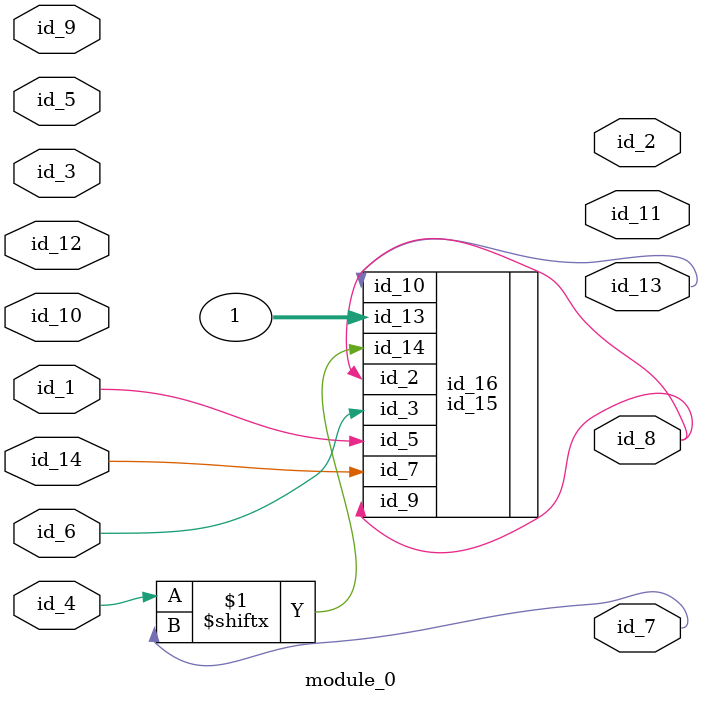
<source format=v>
module module_0 (
    id_1,
    id_2,
    id_3,
    id_4,
    id_5,
    id_6,
    id_7,
    id_8,
    id_9,
    id_10,
    id_11,
    id_12,
    id_13,
    id_14
);
  input id_14;
  output id_13;
  input id_12;
  output id_11;
  input id_10;
  input id_9;
  output id_8;
  output id_7;
  input id_6;
  input id_5;
  input id_4;
  input id_3;
  output id_2;
  input id_1;
  id_15 id_16 (
      .id_7 (id_14),
      .id_9 (id_8),
      .id_14(id_4[id_7]),
      .id_3 (id_6),
      .id_13(1),
      .id_10(id_13),
      .id_2 (id_8),
      .id_5 (id_1)
  );
endmodule

</source>
